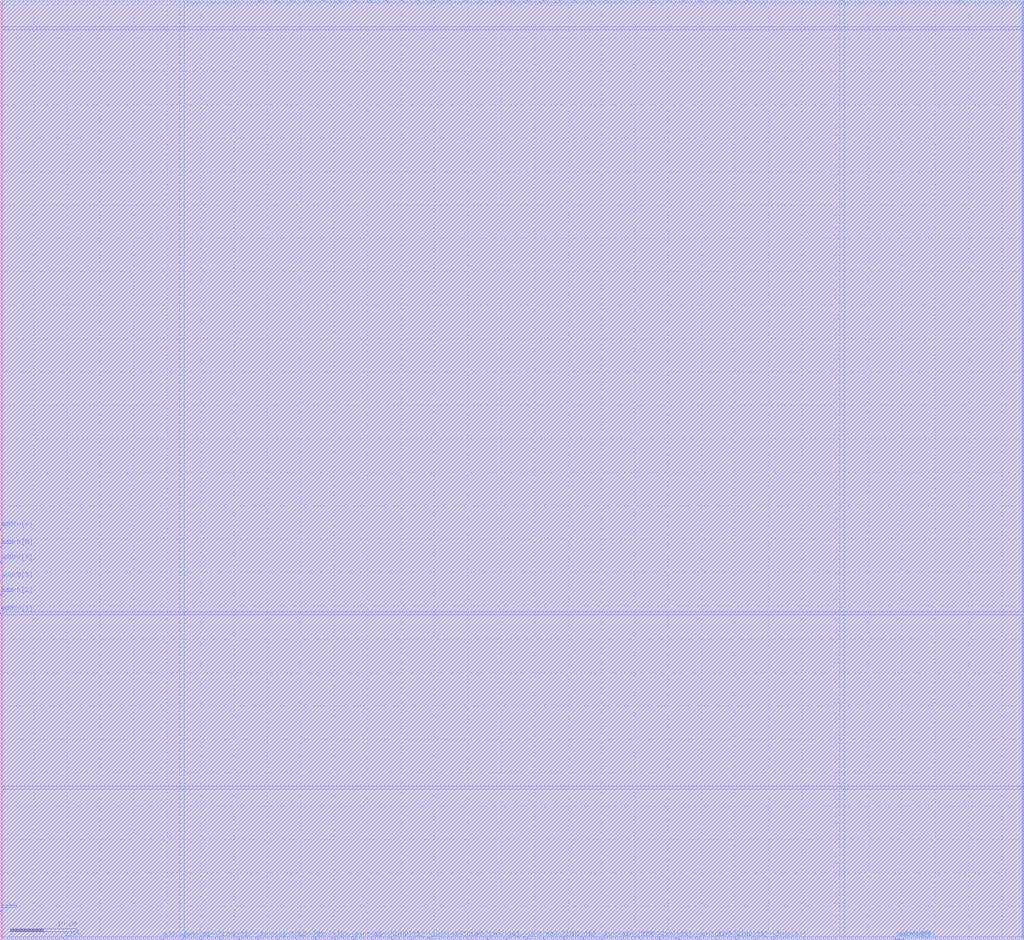
<source format=lef>
VERSION 5.4 ;
NAMESCASESENSITIVE ON ;
BUSBITCHARS "[]" ;
DIVIDERCHAR "/" ;
UNITS
  DATABASE MICRONS 2000 ;
END UNITS
MACRO sram_0rw1r1w_32_128_freepdk45
   CLASS BLOCK ;
   SIZE 153.265 BY 140.73 ;
   SYMMETRY X Y R90 ;
   PIN din0[0]
      DIRECTION INPUT ;
      PORT
         LAYER metal4 ;
         RECT  27.1525 0.0 27.2925 0.14 ;
      END
   END din0[0]
   PIN din0[1]
      DIRECTION INPUT ;
      PORT
         LAYER metal4 ;
         RECT  30.0125 0.0 30.1525 0.14 ;
      END
   END din0[1]
   PIN din0[2]
      DIRECTION INPUT ;
      PORT
         LAYER metal4 ;
         RECT  32.8725 0.0 33.0125 0.14 ;
      END
   END din0[2]
   PIN din0[3]
      DIRECTION INPUT ;
      PORT
         LAYER metal4 ;
         RECT  35.7325 0.0 35.8725 0.14 ;
      END
   END din0[3]
   PIN din0[4]
      DIRECTION INPUT ;
      PORT
         LAYER metal4 ;
         RECT  38.5925 0.0 38.7325 0.14 ;
      END
   END din0[4]
   PIN din0[5]
      DIRECTION INPUT ;
      PORT
         LAYER metal4 ;
         RECT  41.4525 0.0 41.5925 0.14 ;
      END
   END din0[5]
   PIN din0[6]
      DIRECTION INPUT ;
      PORT
         LAYER metal4 ;
         RECT  44.3125 0.0 44.4525 0.14 ;
      END
   END din0[6]
   PIN din0[7]
      DIRECTION INPUT ;
      PORT
         LAYER metal4 ;
         RECT  47.1725 0.0 47.3125 0.14 ;
      END
   END din0[7]
   PIN din0[8]
      DIRECTION INPUT ;
      PORT
         LAYER metal4 ;
         RECT  50.0325 0.0 50.1725 0.14 ;
      END
   END din0[8]
   PIN din0[9]
      DIRECTION INPUT ;
      PORT
         LAYER metal4 ;
         RECT  52.8925 0.0 53.0325 0.14 ;
      END
   END din0[9]
   PIN din0[10]
      DIRECTION INPUT ;
      PORT
         LAYER metal4 ;
         RECT  55.7525 0.0 55.8925 0.14 ;
      END
   END din0[10]
   PIN din0[11]
      DIRECTION INPUT ;
      PORT
         LAYER metal4 ;
         RECT  58.6125 0.0 58.7525 0.14 ;
      END
   END din0[11]
   PIN din0[12]
      DIRECTION INPUT ;
      PORT
         LAYER metal4 ;
         RECT  61.4725 0.0 61.6125 0.14 ;
      END
   END din0[12]
   PIN din0[13]
      DIRECTION INPUT ;
      PORT
         LAYER metal4 ;
         RECT  64.3325 0.0 64.4725 0.14 ;
      END
   END din0[13]
   PIN din0[14]
      DIRECTION INPUT ;
      PORT
         LAYER metal4 ;
         RECT  67.1925 0.0 67.3325 0.14 ;
      END
   END din0[14]
   PIN din0[15]
      DIRECTION INPUT ;
      PORT
         LAYER metal4 ;
         RECT  70.0525 0.0 70.1925 0.14 ;
      END
   END din0[15]
   PIN din0[16]
      DIRECTION INPUT ;
      PORT
         LAYER metal4 ;
         RECT  72.9125 0.0 73.0525 0.14 ;
      END
   END din0[16]
   PIN din0[17]
      DIRECTION INPUT ;
      PORT
         LAYER metal4 ;
         RECT  75.7725 0.0 75.9125 0.14 ;
      END
   END din0[17]
   PIN din0[18]
      DIRECTION INPUT ;
      PORT
         LAYER metal4 ;
         RECT  78.6325 0.0 78.7725 0.14 ;
      END
   END din0[18]
   PIN din0[19]
      DIRECTION INPUT ;
      PORT
         LAYER metal4 ;
         RECT  81.4925 0.0 81.6325 0.14 ;
      END
   END din0[19]
   PIN din0[20]
      DIRECTION INPUT ;
      PORT
         LAYER metal4 ;
         RECT  84.3525 0.0 84.4925 0.14 ;
      END
   END din0[20]
   PIN din0[21]
      DIRECTION INPUT ;
      PORT
         LAYER metal4 ;
         RECT  87.2125 0.0 87.3525 0.14 ;
      END
   END din0[21]
   PIN din0[22]
      DIRECTION INPUT ;
      PORT
         LAYER metal4 ;
         RECT  90.0725 0.0 90.2125 0.14 ;
      END
   END din0[22]
   PIN din0[23]
      DIRECTION INPUT ;
      PORT
         LAYER metal4 ;
         RECT  92.9325 0.0 93.0725 0.14 ;
      END
   END din0[23]
   PIN din0[24]
      DIRECTION INPUT ;
      PORT
         LAYER metal4 ;
         RECT  95.7925 0.0 95.9325 0.14 ;
      END
   END din0[24]
   PIN din0[25]
      DIRECTION INPUT ;
      PORT
         LAYER metal4 ;
         RECT  98.6525 0.0 98.7925 0.14 ;
      END
   END din0[25]
   PIN din0[26]
      DIRECTION INPUT ;
      PORT
         LAYER metal4 ;
         RECT  101.5125 0.0 101.6525 0.14 ;
      END
   END din0[26]
   PIN din0[27]
      DIRECTION INPUT ;
      PORT
         LAYER metal4 ;
         RECT  104.3725 0.0 104.5125 0.14 ;
      END
   END din0[27]
   PIN din0[28]
      DIRECTION INPUT ;
      PORT
         LAYER metal4 ;
         RECT  107.2325 0.0 107.3725 0.14 ;
      END
   END din0[28]
   PIN din0[29]
      DIRECTION INPUT ;
      PORT
         LAYER metal4 ;
         RECT  110.0925 0.0 110.2325 0.14 ;
      END
   END din0[29]
   PIN din0[30]
      DIRECTION INPUT ;
      PORT
         LAYER metal4 ;
         RECT  112.9525 0.0 113.0925 0.14 ;
      END
   END din0[30]
   PIN din0[31]
      DIRECTION INPUT ;
      PORT
         LAYER metal4 ;
         RECT  115.8125 0.0 115.9525 0.14 ;
      END
   END din0[31]
   PIN addr0[0]
      DIRECTION INPUT ;
      PORT
         LAYER metal4 ;
         RECT  24.2925 0.0 24.4325 0.14 ;
      END
   END addr0[0]
   PIN addr0[1]
      DIRECTION INPUT ;
      PORT
         LAYER metal3 ;
         RECT  0.0 48.805 0.14 48.945 ;
      END
   END addr0[1]
   PIN addr0[2]
      DIRECTION INPUT ;
      PORT
         LAYER metal3 ;
         RECT  0.0 51.535 0.14 51.675 ;
      END
   END addr0[2]
   PIN addr0[3]
      DIRECTION INPUT ;
      PORT
         LAYER metal3 ;
         RECT  0.0 53.745 0.14 53.885 ;
      END
   END addr0[3]
   PIN addr0[4]
      DIRECTION INPUT ;
      PORT
         LAYER metal3 ;
         RECT  0.0 56.475 0.14 56.615 ;
      END
   END addr0[4]
   PIN addr0[5]
      DIRECTION INPUT ;
      PORT
         LAYER metal3 ;
         RECT  0.0 58.685 0.14 58.825 ;
      END
   END addr0[5]
   PIN addr0[6]
      DIRECTION INPUT ;
      PORT
         LAYER metal3 ;
         RECT  0.0 61.415 0.14 61.555 ;
      END
   END addr0[6]
   PIN addr1[0]
      DIRECTION INPUT ;
      PORT
         LAYER metal4 ;
         RECT  125.9725 140.59 126.1125 140.73 ;
      END
   END addr1[0]
   PIN addr1[1]
      DIRECTION INPUT ;
      PORT
         LAYER metal3 ;
         RECT  153.125 22.675 153.265 22.815 ;
      END
   END addr1[1]
   PIN addr1[2]
      DIRECTION INPUT ;
      PORT
         LAYER metal3 ;
         RECT  153.125 19.945 153.265 20.085 ;
      END
   END addr1[2]
   PIN addr1[3]
      DIRECTION INPUT ;
      PORT
         LAYER metal4 ;
         RECT  133.98 0.0 134.12 0.14 ;
      END
   END addr1[3]
   PIN addr1[4]
      DIRECTION INPUT ;
      PORT
         LAYER metal4 ;
         RECT  135.12 0.0 135.26 0.14 ;
      END
   END addr1[4]
   PIN addr1[5]
      DIRECTION INPUT ;
      PORT
         LAYER metal4 ;
         RECT  134.265 0.0 134.405 0.14 ;
      END
   END addr1[5]
   PIN addr1[6]
      DIRECTION INPUT ;
      PORT
         LAYER metal4 ;
         RECT  134.55 0.0 134.69 0.14 ;
      END
   END addr1[6]
   PIN csb0
      DIRECTION INPUT ;
      PORT
         LAYER metal3 ;
         RECT  0.0 4.215 0.14 4.355 ;
      END
   END csb0
   PIN csb1
      DIRECTION INPUT ;
      PORT
         LAYER metal3 ;
         RECT  153.125 136.375 153.265 136.515 ;
      END
   END csb1
   PIN clk0
      DIRECTION INPUT ;
      PORT
         LAYER metal4 ;
         RECT  9.56 0.0 9.7 0.14 ;
      END
   END clk0
   PIN clk1
      DIRECTION INPUT ;
      PORT
         LAYER metal4 ;
         RECT  143.565 140.59 143.705 140.73 ;
      END
   END clk1
   PIN dout1[0]
      DIRECTION OUTPUT ;
      PORT
         LAYER metal4 ;
         RECT  38.8925 140.59 39.0325 140.73 ;
      END
   END dout1[0]
   PIN dout1[1]
      DIRECTION OUTPUT ;
      PORT
         LAYER metal4 ;
         RECT  41.2425 140.59 41.3825 140.73 ;
      END
   END dout1[1]
   PIN dout1[2]
      DIRECTION OUTPUT ;
      PORT
         LAYER metal4 ;
         RECT  43.5925 140.59 43.7325 140.73 ;
      END
   END dout1[2]
   PIN dout1[3]
      DIRECTION OUTPUT ;
      PORT
         LAYER metal4 ;
         RECT  45.9425 140.59 46.0825 140.73 ;
      END
   END dout1[3]
   PIN dout1[4]
      DIRECTION OUTPUT ;
      PORT
         LAYER metal4 ;
         RECT  48.2925 140.59 48.4325 140.73 ;
      END
   END dout1[4]
   PIN dout1[5]
      DIRECTION OUTPUT ;
      PORT
         LAYER metal4 ;
         RECT  50.6425 140.59 50.7825 140.73 ;
      END
   END dout1[5]
   PIN dout1[6]
      DIRECTION OUTPUT ;
      PORT
         LAYER metal4 ;
         RECT  52.9925 140.59 53.1325 140.73 ;
      END
   END dout1[6]
   PIN dout1[7]
      DIRECTION OUTPUT ;
      PORT
         LAYER metal4 ;
         RECT  55.3425 140.59 55.4825 140.73 ;
      END
   END dout1[7]
   PIN dout1[8]
      DIRECTION OUTPUT ;
      PORT
         LAYER metal4 ;
         RECT  57.6925 140.59 57.8325 140.73 ;
      END
   END dout1[8]
   PIN dout1[9]
      DIRECTION OUTPUT ;
      PORT
         LAYER metal4 ;
         RECT  60.0425 140.59 60.1825 140.73 ;
      END
   END dout1[9]
   PIN dout1[10]
      DIRECTION OUTPUT ;
      PORT
         LAYER metal4 ;
         RECT  62.3925 140.59 62.5325 140.73 ;
      END
   END dout1[10]
   PIN dout1[11]
      DIRECTION OUTPUT ;
      PORT
         LAYER metal4 ;
         RECT  64.7425 140.59 64.8825 140.73 ;
      END
   END dout1[11]
   PIN dout1[12]
      DIRECTION OUTPUT ;
      PORT
         LAYER metal4 ;
         RECT  67.0925 140.59 67.2325 140.73 ;
      END
   END dout1[12]
   PIN dout1[13]
      DIRECTION OUTPUT ;
      PORT
         LAYER metal4 ;
         RECT  69.4425 140.59 69.5825 140.73 ;
      END
   END dout1[13]
   PIN dout1[14]
      DIRECTION OUTPUT ;
      PORT
         LAYER metal4 ;
         RECT  71.7925 140.59 71.9325 140.73 ;
      END
   END dout1[14]
   PIN dout1[15]
      DIRECTION OUTPUT ;
      PORT
         LAYER metal4 ;
         RECT  74.1425 140.59 74.2825 140.73 ;
      END
   END dout1[15]
   PIN dout1[16]
      DIRECTION OUTPUT ;
      PORT
         LAYER metal4 ;
         RECT  76.4925 140.59 76.6325 140.73 ;
      END
   END dout1[16]
   PIN dout1[17]
      DIRECTION OUTPUT ;
      PORT
         LAYER metal4 ;
         RECT  78.8425 140.59 78.9825 140.73 ;
      END
   END dout1[17]
   PIN dout1[18]
      DIRECTION OUTPUT ;
      PORT
         LAYER metal4 ;
         RECT  81.1925 140.59 81.3325 140.73 ;
      END
   END dout1[18]
   PIN dout1[19]
      DIRECTION OUTPUT ;
      PORT
         LAYER metal4 ;
         RECT  83.5425 140.59 83.6825 140.73 ;
      END
   END dout1[19]
   PIN dout1[20]
      DIRECTION OUTPUT ;
      PORT
         LAYER metal4 ;
         RECT  85.8925 140.59 86.0325 140.73 ;
      END
   END dout1[20]
   PIN dout1[21]
      DIRECTION OUTPUT ;
      PORT
         LAYER metal4 ;
         RECT  88.2425 140.59 88.3825 140.73 ;
      END
   END dout1[21]
   PIN dout1[22]
      DIRECTION OUTPUT ;
      PORT
         LAYER metal4 ;
         RECT  90.5925 140.59 90.7325 140.73 ;
      END
   END dout1[22]
   PIN dout1[23]
      DIRECTION OUTPUT ;
      PORT
         LAYER metal4 ;
         RECT  92.9425 140.59 93.0825 140.73 ;
      END
   END dout1[23]
   PIN dout1[24]
      DIRECTION OUTPUT ;
      PORT
         LAYER metal4 ;
         RECT  95.2925 140.59 95.4325 140.73 ;
      END
   END dout1[24]
   PIN dout1[25]
      DIRECTION OUTPUT ;
      PORT
         LAYER metal4 ;
         RECT  97.6425 140.59 97.7825 140.73 ;
      END
   END dout1[25]
   PIN dout1[26]
      DIRECTION OUTPUT ;
      PORT
         LAYER metal4 ;
         RECT  99.9925 140.59 100.1325 140.73 ;
      END
   END dout1[26]
   PIN dout1[27]
      DIRECTION OUTPUT ;
      PORT
         LAYER metal4 ;
         RECT  102.3425 140.59 102.4825 140.73 ;
      END
   END dout1[27]
   PIN dout1[28]
      DIRECTION OUTPUT ;
      PORT
         LAYER metal4 ;
         RECT  104.6925 140.59 104.8325 140.73 ;
      END
   END dout1[28]
   PIN dout1[29]
      DIRECTION OUTPUT ;
      PORT
         LAYER metal4 ;
         RECT  107.0425 140.59 107.1825 140.73 ;
      END
   END dout1[29]
   PIN dout1[30]
      DIRECTION OUTPUT ;
      PORT
         LAYER metal4 ;
         RECT  109.3925 140.59 109.5325 140.73 ;
      END
   END dout1[30]
   PIN dout1[31]
      DIRECTION OUTPUT ;
      PORT
         LAYER metal4 ;
         RECT  111.7425 140.59 111.8825 140.73 ;
      END
   END dout1[31]
   PIN vdd
      DIRECTION INOUT ;
      USE POWER ; 
      SHAPE ABUTMENT ; 
      PORT
      END
   END vdd
   PIN gnd
      DIRECTION INOUT ;
      USE GROUND ; 
      SHAPE ABUTMENT ; 
      PORT
      END
   END gnd
   OBS
   LAYER  metal1 ;
      RECT  0.14 0.14 153.125 140.59 ;
   LAYER  metal2 ;
      RECT  0.14 0.14 153.125 140.59 ;
   LAYER  metal3 ;
      RECT  0.28 48.665 153.125 49.085 ;
      RECT  0.14 49.085 0.28 51.395 ;
      RECT  0.14 51.815 0.28 53.605 ;
      RECT  0.14 54.025 0.28 56.335 ;
      RECT  0.14 56.755 0.28 58.545 ;
      RECT  0.14 58.965 0.28 61.275 ;
      RECT  0.14 61.695 0.28 140.59 ;
      RECT  0.28 0.14 152.985 22.535 ;
      RECT  0.28 22.535 152.985 22.955 ;
      RECT  0.28 22.955 152.985 48.665 ;
      RECT  152.985 22.955 153.125 48.665 ;
      RECT  152.985 0.14 153.125 19.805 ;
      RECT  152.985 20.225 153.125 22.535 ;
      RECT  0.14 0.14 0.28 4.075 ;
      RECT  0.14 4.495 0.28 48.665 ;
      RECT  0.28 49.085 152.985 136.235 ;
      RECT  0.28 136.235 152.985 136.655 ;
      RECT  0.28 136.655 152.985 140.59 ;
      RECT  152.985 49.085 153.125 136.235 ;
      RECT  152.985 136.655 153.125 140.59 ;
   LAYER  metal4 ;
      RECT  0.14 0.42 26.8725 140.59 ;
      RECT  26.8725 0.42 27.5725 140.59 ;
      RECT  27.5725 0.14 29.7325 0.42 ;
      RECT  30.4325 0.14 32.5925 0.42 ;
      RECT  33.2925 0.14 35.4525 0.42 ;
      RECT  36.1525 0.14 38.3125 0.42 ;
      RECT  39.0125 0.14 41.1725 0.42 ;
      RECT  41.8725 0.14 44.0325 0.42 ;
      RECT  44.7325 0.14 46.8925 0.42 ;
      RECT  47.5925 0.14 49.7525 0.42 ;
      RECT  50.4525 0.14 52.6125 0.42 ;
      RECT  53.3125 0.14 55.4725 0.42 ;
      RECT  56.1725 0.14 58.3325 0.42 ;
      RECT  59.0325 0.14 61.1925 0.42 ;
      RECT  61.8925 0.14 64.0525 0.42 ;
      RECT  64.7525 0.14 66.9125 0.42 ;
      RECT  67.6125 0.14 69.7725 0.42 ;
      RECT  70.4725 0.14 72.6325 0.42 ;
      RECT  73.3325 0.14 75.4925 0.42 ;
      RECT  76.1925 0.14 78.3525 0.42 ;
      RECT  79.0525 0.14 81.2125 0.42 ;
      RECT  81.9125 0.14 84.0725 0.42 ;
      RECT  84.7725 0.14 86.9325 0.42 ;
      RECT  87.6325 0.14 89.7925 0.42 ;
      RECT  90.4925 0.14 92.6525 0.42 ;
      RECT  93.3525 0.14 95.5125 0.42 ;
      RECT  96.2125 0.14 98.3725 0.42 ;
      RECT  99.0725 0.14 101.2325 0.42 ;
      RECT  101.9325 0.14 104.0925 0.42 ;
      RECT  104.7925 0.14 106.9525 0.42 ;
      RECT  107.6525 0.14 109.8125 0.42 ;
      RECT  110.5125 0.14 112.6725 0.42 ;
      RECT  113.3725 0.14 115.5325 0.42 ;
      RECT  24.7125 0.14 26.8725 0.42 ;
      RECT  27.5725 0.42 125.6925 140.31 ;
      RECT  125.6925 0.42 126.3925 140.31 ;
      RECT  126.3925 0.42 153.125 140.31 ;
      RECT  116.2325 0.14 133.7 0.42 ;
      RECT  135.54 0.14 153.125 0.42 ;
      RECT  0.14 0.14 9.28 0.42 ;
      RECT  9.98 0.14 24.0125 0.42 ;
      RECT  126.3925 140.31 143.285 140.59 ;
      RECT  143.985 140.31 153.125 140.59 ;
      RECT  27.5725 140.31 38.6125 140.59 ;
      RECT  39.3125 140.31 40.9625 140.59 ;
      RECT  41.6625 140.31 43.3125 140.59 ;
      RECT  44.0125 140.31 45.6625 140.59 ;
      RECT  46.3625 140.31 48.0125 140.59 ;
      RECT  48.7125 140.31 50.3625 140.59 ;
      RECT  51.0625 140.31 52.7125 140.59 ;
      RECT  53.4125 140.31 55.0625 140.59 ;
      RECT  55.7625 140.31 57.4125 140.59 ;
      RECT  58.1125 140.31 59.7625 140.59 ;
      RECT  60.4625 140.31 62.1125 140.59 ;
      RECT  62.8125 140.31 64.4625 140.59 ;
      RECT  65.1625 140.31 66.8125 140.59 ;
      RECT  67.5125 140.31 69.1625 140.59 ;
      RECT  69.8625 140.31 71.5125 140.59 ;
      RECT  72.2125 140.31 73.8625 140.59 ;
      RECT  74.5625 140.31 76.2125 140.59 ;
      RECT  76.9125 140.31 78.5625 140.59 ;
      RECT  79.2625 140.31 80.9125 140.59 ;
      RECT  81.6125 140.31 83.2625 140.59 ;
      RECT  83.9625 140.31 85.6125 140.59 ;
      RECT  86.3125 140.31 87.9625 140.59 ;
      RECT  88.6625 140.31 90.3125 140.59 ;
      RECT  91.0125 140.31 92.6625 140.59 ;
      RECT  93.3625 140.31 95.0125 140.59 ;
      RECT  95.7125 140.31 97.3625 140.59 ;
      RECT  98.0625 140.31 99.7125 140.59 ;
      RECT  100.4125 140.31 102.0625 140.59 ;
      RECT  102.7625 140.31 104.4125 140.59 ;
      RECT  105.1125 140.31 106.7625 140.59 ;
      RECT  107.4625 140.31 109.1125 140.59 ;
      RECT  109.8125 140.31 111.4625 140.59 ;
      RECT  112.1625 140.31 125.6925 140.59 ;
   END
END    sram_0rw1r1w_32_128_freepdk45
END    LIBRARY

</source>
